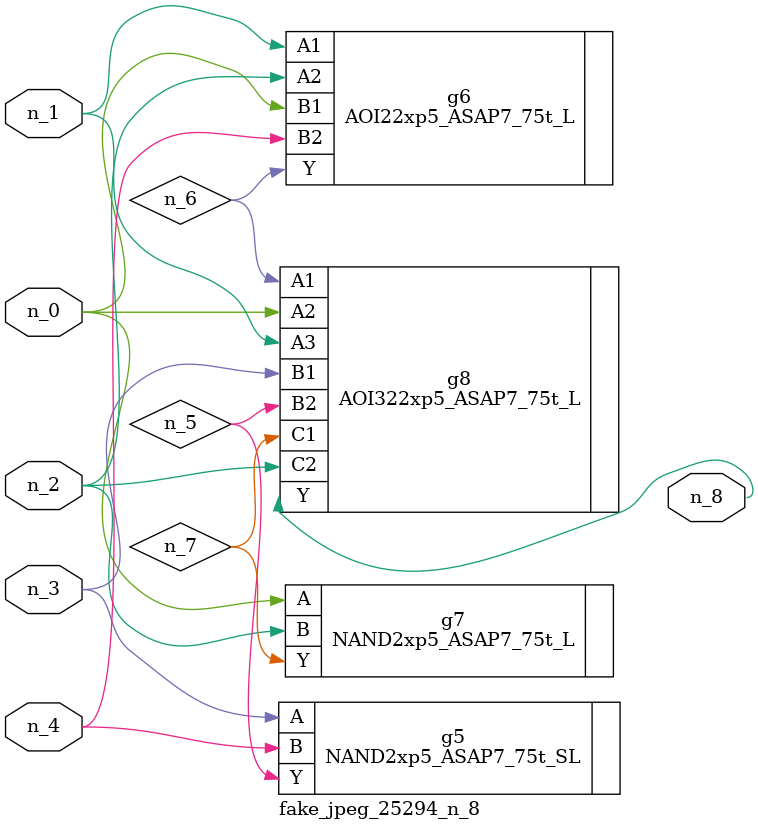
<source format=v>
module fake_jpeg_25294_n_8 (n_3, n_2, n_1, n_0, n_4, n_8);

input n_3;
input n_2;
input n_1;
input n_0;
input n_4;

output n_8;

wire n_6;
wire n_5;
wire n_7;

NAND2xp5_ASAP7_75t_SL g5 ( 
.A(n_3),
.B(n_4),
.Y(n_5)
);

AOI22xp5_ASAP7_75t_L g6 ( 
.A1(n_1),
.A2(n_2),
.B1(n_0),
.B2(n_4),
.Y(n_6)
);

NAND2xp5_ASAP7_75t_L g7 ( 
.A(n_0),
.B(n_2),
.Y(n_7)
);

AOI322xp5_ASAP7_75t_L g8 ( 
.A1(n_6),
.A2(n_0),
.A3(n_1),
.B1(n_3),
.B2(n_5),
.C1(n_7),
.C2(n_2),
.Y(n_8)
);


endmodule
</source>
